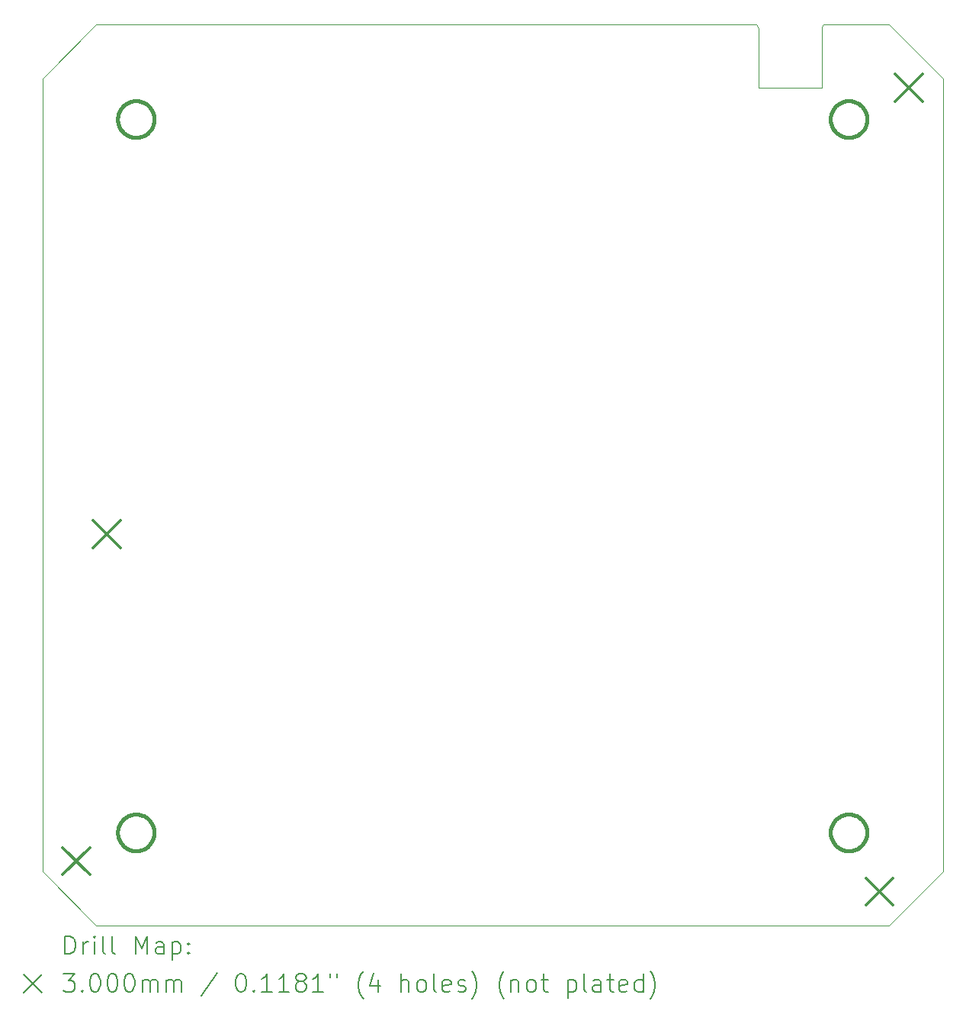
<source format=gbr>
%TF.GenerationSoftware,KiCad,Pcbnew,(6.0.8)*%
%TF.CreationDate,2023-02-13T15:05:09-07:00*%
%TF.ProjectId,Panel,50616e65-6c2e-46b6-9963-61645f706362,rev?*%
%TF.SameCoordinates,Original*%
%TF.FileFunction,Drillmap*%
%TF.FilePolarity,Positive*%
%FSLAX45Y45*%
G04 Gerber Fmt 4.5, Leading zero omitted, Abs format (unit mm)*
G04 Created by KiCad (PCBNEW (6.0.8)) date 2023-02-13 15:05:09*
%MOMM*%
%LPD*%
G01*
G04 APERTURE LIST*
%ADD10C,0.433916*%
%ADD11C,0.100000*%
%ADD12C,0.200000*%
%ADD13C,0.300000*%
G04 APERTURE END LIST*
D10*
X17156730Y-13967575D02*
X17156730Y-13967575D01*
X17156730Y-13967575D02*
X17156730Y-13967575D01*
X17156466Y-13957132D02*
X17156730Y-13967575D01*
X17155682Y-13946825D02*
X17156466Y-13957132D01*
X17154392Y-13936669D02*
X17155682Y-13946825D01*
X17152607Y-13926675D02*
X17154392Y-13936669D01*
X17150341Y-13916857D02*
X17152607Y-13926675D01*
X17147606Y-13907226D02*
X17150341Y-13916857D01*
X17144415Y-13897797D02*
X17147606Y-13907226D01*
X17140782Y-13888581D02*
X17144415Y-13897797D01*
X17136718Y-13879591D02*
X17140782Y-13888581D01*
X17132236Y-13870841D02*
X17136718Y-13879591D01*
X17127349Y-13862342D02*
X17132236Y-13870841D01*
X17122070Y-13854108D02*
X17127349Y-13862342D01*
X17116412Y-13846152D02*
X17122070Y-13854108D01*
X17110388Y-13838485D02*
X17116412Y-13846152D01*
X17104009Y-13831121D02*
X17110388Y-13838485D01*
X17097289Y-13824073D02*
X17104009Y-13831121D01*
X17090241Y-13817354D02*
X17097289Y-13824073D01*
X17082878Y-13810975D02*
X17090241Y-13817354D01*
X17075211Y-13804950D02*
X17082878Y-13810975D01*
X17067254Y-13799292D02*
X17075211Y-13804950D01*
X17059020Y-13794014D02*
X17067254Y-13799292D01*
X17050522Y-13789127D02*
X17059020Y-13794014D01*
X17041771Y-13784645D02*
X17050522Y-13789127D01*
X17032782Y-13780581D02*
X17041771Y-13784645D01*
X17023566Y-13776948D02*
X17032782Y-13780581D01*
X17014136Y-13773757D02*
X17023566Y-13776948D01*
X17004506Y-13771022D02*
X17014136Y-13773757D01*
X16994687Y-13768756D02*
X17004506Y-13771022D01*
X16984693Y-13766971D02*
X16994687Y-13768756D01*
X16974537Y-13765681D02*
X16984693Y-13766971D01*
X16964231Y-13764897D02*
X16974537Y-13765681D01*
X16953787Y-13764633D02*
X16964231Y-13764897D01*
X16953787Y-13764633D02*
X16953787Y-13764633D01*
X16943344Y-13764897D02*
X16953787Y-13764633D01*
X16933038Y-13765681D02*
X16943344Y-13764897D01*
X16922881Y-13766971D02*
X16933038Y-13765681D01*
X16912887Y-13768756D02*
X16922881Y-13766971D01*
X16903069Y-13771022D02*
X16912887Y-13768756D01*
X16893439Y-13773757D02*
X16903069Y-13771022D01*
X16884009Y-13776948D02*
X16893439Y-13773757D01*
X16874793Y-13780581D02*
X16884009Y-13776948D01*
X16865803Y-13784645D02*
X16874793Y-13780581D01*
X16857053Y-13789127D02*
X16865803Y-13784645D01*
X16848554Y-13794014D02*
X16857053Y-13789127D01*
X16840320Y-13799292D02*
X16848554Y-13794014D01*
X16832364Y-13804950D02*
X16840320Y-13799292D01*
X16824697Y-13810975D02*
X16832364Y-13804950D01*
X16817334Y-13817354D02*
X16824697Y-13810975D01*
X16810286Y-13824073D02*
X16817334Y-13817354D01*
X16803566Y-13831121D02*
X16810286Y-13824073D01*
X16797187Y-13838485D02*
X16803566Y-13831121D01*
X16791163Y-13846152D02*
X16797187Y-13838485D01*
X16785505Y-13854108D02*
X16791163Y-13846152D01*
X16780226Y-13862342D02*
X16785505Y-13854108D01*
X16775339Y-13870841D02*
X16780226Y-13862342D01*
X16770858Y-13879591D02*
X16775339Y-13870841D01*
X16766793Y-13888581D02*
X16770858Y-13879591D01*
X16763160Y-13897797D02*
X16766793Y-13888581D01*
X16759969Y-13907226D02*
X16763160Y-13897797D01*
X16757234Y-13916857D02*
X16759969Y-13907226D01*
X16754968Y-13926675D02*
X16757234Y-13916857D01*
X16753184Y-13936669D02*
X16754968Y-13926675D01*
X16751893Y-13946825D02*
X16753184Y-13936669D01*
X16751109Y-13957132D02*
X16751893Y-13946825D01*
X16750845Y-13967575D02*
X16751109Y-13957132D01*
X16750845Y-13967575D02*
X16750845Y-13967575D01*
X16751109Y-13978018D02*
X16750845Y-13967575D01*
X16751893Y-13988325D02*
X16751109Y-13978018D01*
X16753184Y-13998481D02*
X16751893Y-13988325D01*
X16754968Y-14008475D02*
X16753184Y-13998481D01*
X16757234Y-14018294D02*
X16754968Y-14008475D01*
X16759969Y-14027924D02*
X16757234Y-14018294D01*
X16763160Y-14037354D02*
X16759969Y-14027924D01*
X16766793Y-14046570D02*
X16763160Y-14037354D01*
X16770858Y-14055559D02*
X16766793Y-14046570D01*
X16775339Y-14064310D02*
X16770858Y-14055559D01*
X16780226Y-14072808D02*
X16775339Y-14064310D01*
X16785505Y-14081042D02*
X16780226Y-14072808D01*
X16791163Y-14088999D02*
X16785505Y-14081042D01*
X16797187Y-14096666D02*
X16791163Y-14088999D01*
X16803566Y-14104029D02*
X16797187Y-14096666D01*
X16810286Y-14111077D02*
X16803566Y-14104029D01*
X16817334Y-14117797D02*
X16810286Y-14111077D01*
X16824697Y-14124176D02*
X16817334Y-14117797D01*
X16832364Y-14130200D02*
X16824697Y-14124176D01*
X16840320Y-14135858D02*
X16832364Y-14130200D01*
X16848554Y-14141137D02*
X16840320Y-14135858D01*
X16857053Y-14146024D02*
X16848554Y-14141137D01*
X16865803Y-14150505D02*
X16857053Y-14146024D01*
X16874793Y-14154570D02*
X16865803Y-14150505D01*
X16884009Y-14158203D02*
X16874793Y-14154570D01*
X16893439Y-14161394D02*
X16884009Y-14158203D01*
X16903069Y-14164129D02*
X16893439Y-14161394D01*
X16912887Y-14166395D02*
X16903069Y-14164129D01*
X16922881Y-14168179D02*
X16912887Y-14166395D01*
X16933038Y-14169470D02*
X16922881Y-14168179D01*
X16943344Y-14170254D02*
X16933038Y-14169470D01*
X16953787Y-14170518D02*
X16943344Y-14170254D01*
X16953787Y-14170518D02*
X16953787Y-14170518D01*
X16964231Y-14170254D02*
X16953787Y-14170518D01*
X16974537Y-14169470D02*
X16964231Y-14170254D01*
X16984693Y-14168179D02*
X16974537Y-14169470D01*
X16994687Y-14166395D02*
X16984693Y-14168179D01*
X17004506Y-14164129D02*
X16994687Y-14166395D01*
X17014136Y-14161394D02*
X17004506Y-14164129D01*
X17023566Y-14158203D02*
X17014136Y-14161394D01*
X17032782Y-14154570D02*
X17023566Y-14158203D01*
X17041771Y-14150505D02*
X17032782Y-14154570D01*
X17050522Y-14146024D02*
X17041771Y-14150505D01*
X17059020Y-14141137D02*
X17050522Y-14146024D01*
X17067254Y-14135858D02*
X17059020Y-14141137D01*
X17075211Y-14130200D02*
X17067254Y-14135858D01*
X17082878Y-14124176D02*
X17075211Y-14130200D01*
X17090241Y-14117797D02*
X17082878Y-14124176D01*
X17097289Y-14111077D02*
X17090241Y-14117797D01*
X17104009Y-14104029D02*
X17097289Y-14111077D01*
X17110388Y-14096666D02*
X17104009Y-14104029D01*
X17116412Y-14088999D02*
X17110388Y-14096666D01*
X17122070Y-14081042D02*
X17116412Y-14088999D01*
X17127349Y-14072808D02*
X17122070Y-14081042D01*
X17132236Y-14064310D02*
X17127349Y-14072808D01*
X17136718Y-14055559D02*
X17132236Y-14064310D01*
X17140782Y-14046570D02*
X17136718Y-14055559D01*
X17144415Y-14037354D02*
X17140782Y-14046570D01*
X17147606Y-14027924D02*
X17144415Y-14037354D01*
X17150341Y-14018294D02*
X17147606Y-14027924D01*
X17152607Y-14008475D02*
X17150341Y-14018294D01*
X17154392Y-13998481D02*
X17152607Y-14008475D01*
X17155682Y-13988325D02*
X17154392Y-13998481D01*
X17156466Y-13978018D02*
X17155682Y-13988325D01*
X17156730Y-13967575D02*
X17156466Y-13978018D01*
X9241659Y-6052391D02*
X9241659Y-6052391D01*
X9241659Y-6052391D02*
X9241659Y-6052391D01*
X9241395Y-6041945D02*
X9241659Y-6052391D01*
X9240611Y-6031637D02*
X9241395Y-6041945D01*
X9239321Y-6021478D02*
X9240611Y-6031637D01*
X9237535Y-6011482D02*
X9239321Y-6021478D01*
X9235269Y-6001662D02*
X9237535Y-6011482D01*
X9232534Y-5992029D02*
X9235269Y-6001662D01*
X9229342Y-5982598D02*
X9232534Y-5992029D01*
X9225708Y-5973380D02*
X9229342Y-5982598D01*
X9221643Y-5964388D02*
X9225708Y-5973380D01*
X9217160Y-5955636D02*
X9221643Y-5964388D01*
X9212273Y-5947135D02*
X9217160Y-5955636D01*
X9206993Y-5938900D02*
X9212273Y-5947135D01*
X9201333Y-5930941D02*
X9206993Y-5938900D01*
X9195307Y-5923273D02*
X9201333Y-5930941D01*
X9188927Y-5915908D02*
X9195307Y-5923273D01*
X9182206Y-5908858D02*
X9188927Y-5915908D01*
X9175157Y-5902137D02*
X9182206Y-5908858D01*
X9167792Y-5895757D02*
X9175157Y-5902137D01*
X9160123Y-5889731D02*
X9167792Y-5895757D01*
X9152165Y-5884072D02*
X9160123Y-5889731D01*
X9143929Y-5878792D02*
X9152165Y-5884072D01*
X9135429Y-5873904D02*
X9143929Y-5878792D01*
X9126677Y-5869422D02*
X9135429Y-5873904D01*
X9117685Y-5865357D02*
X9126677Y-5869422D01*
X9108467Y-5861722D02*
X9117685Y-5865357D01*
X9099036Y-5858531D02*
X9108467Y-5861722D01*
X9089403Y-5855796D02*
X9099036Y-5858531D01*
X9079583Y-5853529D02*
X9089403Y-5855796D01*
X9069587Y-5851744D02*
X9079583Y-5853529D01*
X9059428Y-5850453D02*
X9069587Y-5851744D01*
X9049119Y-5849669D02*
X9059428Y-5850453D01*
X9038674Y-5849405D02*
X9049119Y-5849669D01*
X9038674Y-5849405D02*
X9038674Y-5849405D01*
X9028228Y-5849669D02*
X9038674Y-5849405D01*
X9017920Y-5850453D02*
X9028228Y-5849669D01*
X9007761Y-5851744D02*
X9017920Y-5850453D01*
X8997765Y-5853529D02*
X9007761Y-5851744D01*
X8987945Y-5855796D02*
X8997765Y-5853529D01*
X8978312Y-5858531D02*
X8987945Y-5855796D01*
X8968881Y-5861722D02*
X8978312Y-5858531D01*
X8959663Y-5865357D02*
X8968881Y-5861722D01*
X8950671Y-5869422D02*
X8959663Y-5865357D01*
X8941919Y-5873904D02*
X8950671Y-5869422D01*
X8933418Y-5878792D02*
X8941919Y-5873904D01*
X8925183Y-5884072D02*
X8933418Y-5878792D01*
X8917224Y-5889731D02*
X8925183Y-5884072D01*
X8909556Y-5895757D02*
X8917224Y-5889731D01*
X8902191Y-5902137D02*
X8909556Y-5895757D01*
X8895141Y-5908858D02*
X8902191Y-5902137D01*
X8888420Y-5915908D02*
X8895141Y-5908858D01*
X8882040Y-5923273D02*
X8888420Y-5915908D01*
X8876014Y-5930941D02*
X8882040Y-5923273D01*
X8870355Y-5938900D02*
X8876014Y-5930941D01*
X8865075Y-5947135D02*
X8870355Y-5938900D01*
X8860187Y-5955636D02*
X8865075Y-5947135D01*
X8855705Y-5964388D02*
X8860187Y-5955636D01*
X8851640Y-5973380D02*
X8855705Y-5964388D01*
X8848005Y-5982598D02*
X8851640Y-5973380D01*
X8844814Y-5992029D02*
X8848005Y-5982598D01*
X8842079Y-6001662D02*
X8844814Y-5992029D01*
X8839812Y-6011482D02*
X8842079Y-6001662D01*
X8838027Y-6021478D02*
X8839812Y-6011482D01*
X8836736Y-6031637D02*
X8838027Y-6021478D01*
X8835952Y-6041945D02*
X8836736Y-6031637D01*
X8835688Y-6052391D02*
X8835952Y-6041945D01*
X8835688Y-6052391D02*
X8835688Y-6052391D01*
X8835952Y-6062836D02*
X8835688Y-6052391D01*
X8836736Y-6073145D02*
X8835952Y-6062836D01*
X8838027Y-6083304D02*
X8836736Y-6073145D01*
X8839812Y-6093300D02*
X8838027Y-6083304D01*
X8842079Y-6103120D02*
X8839812Y-6093300D01*
X8844814Y-6112753D02*
X8842079Y-6103120D01*
X8848005Y-6122184D02*
X8844814Y-6112753D01*
X8851640Y-6131402D02*
X8848005Y-6122184D01*
X8855705Y-6140394D02*
X8851640Y-6131402D01*
X8860187Y-6149146D02*
X8855705Y-6140394D01*
X8865075Y-6157646D02*
X8860187Y-6149146D01*
X8870355Y-6165882D02*
X8865075Y-6157646D01*
X8876014Y-6173840D02*
X8870355Y-6165882D01*
X8882040Y-6181509D02*
X8876014Y-6173840D01*
X8888420Y-6188874D02*
X8882040Y-6181509D01*
X8895141Y-6195923D02*
X8888420Y-6188874D01*
X8902191Y-6202645D02*
X8895141Y-6195923D01*
X8909556Y-6209025D02*
X8902191Y-6202645D01*
X8917224Y-6215051D02*
X8909556Y-6209025D01*
X8925183Y-6220710D02*
X8917224Y-6215051D01*
X8933418Y-6225990D02*
X8925183Y-6220710D01*
X8941919Y-6230877D02*
X8933418Y-6225990D01*
X8950671Y-6235360D02*
X8941919Y-6230877D01*
X8959663Y-6239425D02*
X8950671Y-6235360D01*
X8968881Y-6243059D02*
X8959663Y-6239425D01*
X8978312Y-6246251D02*
X8968881Y-6243059D01*
X8987945Y-6248986D02*
X8978312Y-6246251D01*
X8997765Y-6251253D02*
X8987945Y-6248986D01*
X9007761Y-6253038D02*
X8997765Y-6251253D01*
X9017920Y-6254329D02*
X9007761Y-6253038D01*
X9028228Y-6255112D02*
X9017920Y-6254329D01*
X9038674Y-6255377D02*
X9028228Y-6255112D01*
X9038674Y-6255377D02*
X9038674Y-6255377D01*
X9049119Y-6255112D02*
X9038674Y-6255377D01*
X9059428Y-6254329D02*
X9049119Y-6255112D01*
X9069587Y-6253038D02*
X9059428Y-6254329D01*
X9079583Y-6251253D02*
X9069587Y-6253038D01*
X9089403Y-6248986D02*
X9079583Y-6251253D01*
X9099036Y-6246251D02*
X9089403Y-6248986D01*
X9108467Y-6243059D02*
X9099036Y-6246251D01*
X9117685Y-6239425D02*
X9108467Y-6243059D01*
X9126677Y-6235360D02*
X9117685Y-6239425D01*
X9135429Y-6230877D02*
X9126677Y-6235360D01*
X9143929Y-6225990D02*
X9135429Y-6230877D01*
X9152165Y-6220710D02*
X9143929Y-6225990D01*
X9160123Y-6215051D02*
X9152165Y-6220710D01*
X9167792Y-6209025D02*
X9160123Y-6215051D01*
X9175157Y-6202645D02*
X9167792Y-6209025D01*
X9182206Y-6195923D02*
X9175157Y-6202645D01*
X9188927Y-6188874D02*
X9182206Y-6195923D01*
X9195307Y-6181509D02*
X9188927Y-6188874D01*
X9201333Y-6173840D02*
X9195307Y-6181509D01*
X9206993Y-6165882D02*
X9201333Y-6173840D01*
X9212273Y-6157646D02*
X9206993Y-6165882D01*
X9217160Y-6149146D02*
X9212273Y-6157646D01*
X9221643Y-6140394D02*
X9217160Y-6149146D01*
X9225708Y-6131402D02*
X9221643Y-6140394D01*
X9229342Y-6122184D02*
X9225708Y-6131402D01*
X9232534Y-6112753D02*
X9229342Y-6122184D01*
X9235269Y-6103120D02*
X9232534Y-6112753D01*
X9237535Y-6093300D02*
X9235269Y-6103120D01*
X9239321Y-6083304D02*
X9237535Y-6093300D01*
X9240611Y-6073145D02*
X9239321Y-6083304D01*
X9241395Y-6062836D02*
X9240611Y-6073145D01*
X9241659Y-6052391D02*
X9241395Y-6062836D01*
X9241659Y-13967540D02*
X9241659Y-13967540D01*
X9241659Y-13967540D02*
X9241659Y-13967540D01*
X9241395Y-13957094D02*
X9241659Y-13967540D01*
X9240611Y-13946786D02*
X9241395Y-13957094D01*
X9239321Y-13936627D02*
X9240611Y-13946786D01*
X9237535Y-13926631D02*
X9239321Y-13936627D01*
X9235269Y-13916811D02*
X9237535Y-13926631D01*
X9232534Y-13907178D02*
X9235269Y-13916811D01*
X9229342Y-13897747D02*
X9232534Y-13907178D01*
X9225708Y-13888529D02*
X9229342Y-13897747D01*
X9221643Y-13879537D02*
X9225708Y-13888529D01*
X9217160Y-13870785D02*
X9221643Y-13879537D01*
X9212273Y-13862285D02*
X9217160Y-13870785D01*
X9206993Y-13854049D02*
X9212273Y-13862285D01*
X9201333Y-13846090D02*
X9206993Y-13854049D01*
X9195307Y-13838422D02*
X9201333Y-13846090D01*
X9188927Y-13831057D02*
X9195307Y-13838422D01*
X9182206Y-13824007D02*
X9188927Y-13831057D01*
X9175157Y-13817286D02*
X9182206Y-13824007D01*
X9167792Y-13810906D02*
X9175157Y-13817286D01*
X9160123Y-13804880D02*
X9167792Y-13810906D01*
X9152165Y-13799221D02*
X9160123Y-13804880D01*
X9143929Y-13793941D02*
X9152165Y-13799221D01*
X9135429Y-13789053D02*
X9143929Y-13793941D01*
X9126677Y-13784571D02*
X9135429Y-13789053D01*
X9117685Y-13780506D02*
X9126677Y-13784571D01*
X9108467Y-13776871D02*
X9117685Y-13780506D01*
X9099036Y-13773680D02*
X9108467Y-13776871D01*
X9089403Y-13770944D02*
X9099036Y-13773680D01*
X9079583Y-13768678D02*
X9089403Y-13770944D01*
X9069587Y-13766893D02*
X9079583Y-13768678D01*
X9059428Y-13765602D02*
X9069587Y-13766893D01*
X9049119Y-13764818D02*
X9059428Y-13765602D01*
X9038674Y-13764554D02*
X9049119Y-13764818D01*
X9038674Y-13764554D02*
X9038674Y-13764554D01*
X9028228Y-13764818D02*
X9038674Y-13764554D01*
X9017920Y-13765602D02*
X9028228Y-13764818D01*
X9007761Y-13766893D02*
X9017920Y-13765602D01*
X8997765Y-13768678D02*
X9007761Y-13766893D01*
X8987945Y-13770944D02*
X8997765Y-13768678D01*
X8978312Y-13773680D02*
X8987945Y-13770944D01*
X8968881Y-13776871D02*
X8978312Y-13773680D01*
X8959663Y-13780506D02*
X8968881Y-13776871D01*
X8950671Y-13784571D02*
X8959663Y-13780506D01*
X8941919Y-13789053D02*
X8950671Y-13784571D01*
X8933418Y-13793941D02*
X8941919Y-13789053D01*
X8925183Y-13799221D02*
X8933418Y-13793941D01*
X8917224Y-13804880D02*
X8925183Y-13799221D01*
X8909556Y-13810906D02*
X8917224Y-13804880D01*
X8902191Y-13817286D02*
X8909556Y-13810906D01*
X8895141Y-13824007D02*
X8902191Y-13817286D01*
X8888420Y-13831057D02*
X8895141Y-13824007D01*
X8882040Y-13838422D02*
X8888420Y-13831057D01*
X8876014Y-13846090D02*
X8882040Y-13838422D01*
X8870355Y-13854049D02*
X8876014Y-13846090D01*
X8865075Y-13862285D02*
X8870355Y-13854049D01*
X8860187Y-13870785D02*
X8865075Y-13862285D01*
X8855705Y-13879537D02*
X8860187Y-13870785D01*
X8851640Y-13888529D02*
X8855705Y-13879537D01*
X8848005Y-13897747D02*
X8851640Y-13888529D01*
X8844814Y-13907178D02*
X8848005Y-13897747D01*
X8842079Y-13916811D02*
X8844814Y-13907178D01*
X8839812Y-13926631D02*
X8842079Y-13916811D01*
X8838027Y-13936627D02*
X8839812Y-13926631D01*
X8836736Y-13946786D02*
X8838027Y-13936627D01*
X8835952Y-13957094D02*
X8836736Y-13946786D01*
X8835688Y-13967540D02*
X8835952Y-13957094D01*
X8835688Y-13967540D02*
X8835688Y-13967540D01*
X8835952Y-13977986D02*
X8835688Y-13967540D01*
X8836736Y-13988294D02*
X8835952Y-13977986D01*
X8838027Y-13998453D02*
X8836736Y-13988294D01*
X8839812Y-14008449D02*
X8838027Y-13998453D01*
X8842079Y-14018269D02*
X8839812Y-14008449D01*
X8844814Y-14027902D02*
X8842079Y-14018269D01*
X8848005Y-14037333D02*
X8844814Y-14027902D01*
X8851640Y-14046551D02*
X8848005Y-14037333D01*
X8855705Y-14055542D02*
X8851640Y-14046551D01*
X8860187Y-14064295D02*
X8855705Y-14055542D01*
X8865075Y-14072795D02*
X8860187Y-14064295D01*
X8870355Y-14081031D02*
X8865075Y-14072795D01*
X8876014Y-14088989D02*
X8870355Y-14081031D01*
X8882040Y-14096657D02*
X8876014Y-14088989D01*
X8888420Y-14104023D02*
X8882040Y-14096657D01*
X8895141Y-14111072D02*
X8888420Y-14104023D01*
X8902191Y-14117793D02*
X8895141Y-14111072D01*
X8909556Y-14124173D02*
X8902191Y-14117793D01*
X8917224Y-14130199D02*
X8909556Y-14124173D01*
X8925183Y-14135859D02*
X8917224Y-14130199D01*
X8933418Y-14141138D02*
X8925183Y-14135859D01*
X8941919Y-14146026D02*
X8933418Y-14141138D01*
X8950671Y-14150509D02*
X8941919Y-14146026D01*
X8959663Y-14154574D02*
X8950671Y-14150509D01*
X8968881Y-14158208D02*
X8959663Y-14154574D01*
X8978312Y-14161399D02*
X8968881Y-14158208D01*
X8987945Y-14164135D02*
X8978312Y-14161399D01*
X8997765Y-14166401D02*
X8987945Y-14164135D01*
X9007761Y-14168186D02*
X8997765Y-14166401D01*
X9017920Y-14169477D02*
X9007761Y-14168186D01*
X9028228Y-14170261D02*
X9017920Y-14169477D01*
X9038674Y-14170525D02*
X9028228Y-14170261D01*
X9038674Y-14170525D02*
X9038674Y-14170525D01*
X9049119Y-14170261D02*
X9038674Y-14170525D01*
X9059428Y-14169477D02*
X9049119Y-14170261D01*
X9069587Y-14168186D02*
X9059428Y-14169477D01*
X9079583Y-14166401D02*
X9069587Y-14168186D01*
X9089403Y-14164135D02*
X9079583Y-14166401D01*
X9099036Y-14161399D02*
X9089403Y-14164135D01*
X9108467Y-14158208D02*
X9099036Y-14161399D01*
X9117685Y-14154574D02*
X9108467Y-14158208D01*
X9126677Y-14150509D02*
X9117685Y-14154574D01*
X9135429Y-14146026D02*
X9126677Y-14150509D01*
X9143929Y-14141138D02*
X9135429Y-14146026D01*
X9152165Y-14135859D02*
X9143929Y-14141138D01*
X9160123Y-14130199D02*
X9152165Y-14135859D01*
X9167792Y-14124173D02*
X9160123Y-14130199D01*
X9175157Y-14117793D02*
X9167792Y-14124173D01*
X9182206Y-14111072D02*
X9175157Y-14117793D01*
X9188927Y-14104023D02*
X9182206Y-14111072D01*
X9195307Y-14096657D02*
X9188927Y-14104023D01*
X9201333Y-14088989D02*
X9195307Y-14096657D01*
X9206993Y-14081031D02*
X9201333Y-14088989D01*
X9212273Y-14072795D02*
X9206993Y-14081031D01*
X9217160Y-14064295D02*
X9212273Y-14072795D01*
X9221643Y-14055542D02*
X9217160Y-14064295D01*
X9225708Y-14046551D02*
X9221643Y-14055542D01*
X9229342Y-14037333D02*
X9225708Y-14046551D01*
X9232534Y-14027902D02*
X9229342Y-14037333D01*
X9235269Y-14018269D02*
X9232534Y-14027902D01*
X9237535Y-14008449D02*
X9235269Y-14018269D01*
X9239321Y-13998453D02*
X9237535Y-14008449D01*
X9240611Y-13988294D02*
X9239321Y-13998453D01*
X9241395Y-13977986D02*
X9240611Y-13988294D01*
X9241659Y-13967540D02*
X9241395Y-13977986D01*
X17156809Y-6052426D02*
X17156809Y-6052426D01*
X17156809Y-6052426D02*
X17156809Y-6052426D01*
X17156544Y-6041981D02*
X17156809Y-6052426D01*
X17155761Y-6031672D02*
X17156544Y-6041981D01*
X17154470Y-6021514D02*
X17155761Y-6031672D01*
X17152685Y-6011518D02*
X17154470Y-6021514D01*
X17150418Y-6001697D02*
X17152685Y-6011518D01*
X17147683Y-5992065D02*
X17150418Y-6001697D01*
X17144491Y-5982633D02*
X17147683Y-5992065D01*
X17140857Y-5973415D02*
X17144491Y-5982633D01*
X17136792Y-5964424D02*
X17140857Y-5973415D01*
X17132309Y-5955671D02*
X17136792Y-5964424D01*
X17127422Y-5947171D02*
X17132309Y-5955671D01*
X17122142Y-5938935D02*
X17127422Y-5947171D01*
X17116482Y-5930977D02*
X17122142Y-5938935D01*
X17110456Y-5923308D02*
X17116482Y-5930977D01*
X17104077Y-5915943D02*
X17110456Y-5923308D01*
X17097355Y-5908894D02*
X17104077Y-5915943D01*
X17090306Y-5902173D02*
X17097355Y-5908894D01*
X17082941Y-5895793D02*
X17090306Y-5902173D01*
X17075272Y-5889767D02*
X17082941Y-5895793D01*
X17067314Y-5884107D02*
X17075272Y-5889767D01*
X17059078Y-5878827D02*
X17067314Y-5884107D01*
X17050578Y-5873940D02*
X17059078Y-5878827D01*
X17041826Y-5869457D02*
X17050578Y-5873940D01*
X17032834Y-5865392D02*
X17041826Y-5869457D01*
X17023616Y-5861758D02*
X17032834Y-5865392D01*
X17014185Y-5858566D02*
X17023616Y-5861758D01*
X17004552Y-5855831D02*
X17014185Y-5858566D01*
X16994732Y-5853564D02*
X17004552Y-5855831D01*
X16984736Y-5851779D02*
X16994732Y-5853564D01*
X16974577Y-5850489D02*
X16984736Y-5851779D01*
X16964269Y-5849705D02*
X16974577Y-5850489D01*
X16953823Y-5849441D02*
X16964269Y-5849705D01*
X16953823Y-5849441D02*
X16953823Y-5849441D01*
X16943378Y-5849705D02*
X16953823Y-5849441D01*
X16933069Y-5850489D02*
X16943378Y-5849705D01*
X16922910Y-5851779D02*
X16933069Y-5850489D01*
X16912915Y-5853564D02*
X16922910Y-5851779D01*
X16903094Y-5855831D02*
X16912915Y-5853564D01*
X16893461Y-5858566D02*
X16903094Y-5855831D01*
X16884030Y-5861758D02*
X16893461Y-5858566D01*
X16874812Y-5865392D02*
X16884030Y-5861758D01*
X16865821Y-5869457D02*
X16874812Y-5865392D01*
X16857068Y-5873940D02*
X16865821Y-5869457D01*
X16848568Y-5878827D02*
X16857068Y-5873940D01*
X16840332Y-5884107D02*
X16848568Y-5878827D01*
X16832374Y-5889767D02*
X16840332Y-5884107D01*
X16824705Y-5895793D02*
X16832374Y-5889767D01*
X16817340Y-5902173D02*
X16824705Y-5895793D01*
X16810290Y-5908894D02*
X16817340Y-5902173D01*
X16803569Y-5915943D02*
X16810290Y-5908894D01*
X16797189Y-5923308D02*
X16803569Y-5915943D01*
X16791163Y-5930977D02*
X16797189Y-5923308D01*
X16785504Y-5938935D02*
X16791163Y-5930977D01*
X16780224Y-5947171D02*
X16785504Y-5938935D01*
X16775336Y-5955671D02*
X16780224Y-5947171D01*
X16770854Y-5964424D02*
X16775336Y-5955671D01*
X16766789Y-5973415D02*
X16770854Y-5964424D01*
X16763154Y-5982633D02*
X16766789Y-5973415D01*
X16759963Y-5992065D02*
X16763154Y-5982633D01*
X16757227Y-6001697D02*
X16759963Y-5992065D01*
X16754961Y-6011518D02*
X16757227Y-6001697D01*
X16753176Y-6021514D02*
X16754961Y-6011518D01*
X16751885Y-6031672D02*
X16753176Y-6021514D01*
X16751101Y-6041981D02*
X16751885Y-6031672D01*
X16750837Y-6052426D02*
X16751101Y-6041981D01*
X16750837Y-6052426D02*
X16750837Y-6052426D01*
X16751101Y-6062872D02*
X16750837Y-6052426D01*
X16751885Y-6073180D02*
X16751101Y-6062872D01*
X16753176Y-6083339D02*
X16751885Y-6073180D01*
X16754961Y-6093335D02*
X16753176Y-6083339D01*
X16757227Y-6103156D02*
X16754961Y-6093335D01*
X16759963Y-6112788D02*
X16757227Y-6103156D01*
X16763154Y-6122220D02*
X16759963Y-6112788D01*
X16766789Y-6131437D02*
X16763154Y-6122220D01*
X16770854Y-6140429D02*
X16766789Y-6131437D01*
X16775336Y-6149181D02*
X16770854Y-6140429D01*
X16780224Y-6157682D02*
X16775336Y-6149181D01*
X16785504Y-6165918D02*
X16780224Y-6157682D01*
X16791163Y-6173876D02*
X16785504Y-6165918D01*
X16797189Y-6181544D02*
X16791163Y-6173876D01*
X16803569Y-6188909D02*
X16797189Y-6181544D01*
X16810290Y-6195959D02*
X16803569Y-6188909D01*
X16817340Y-6202680D02*
X16810290Y-6195959D01*
X16824705Y-6209060D02*
X16817340Y-6202680D01*
X16832374Y-6215086D02*
X16824705Y-6209060D01*
X16840332Y-6220745D02*
X16832374Y-6215086D01*
X16848568Y-6226025D02*
X16840332Y-6220745D01*
X16857068Y-6230913D02*
X16848568Y-6226025D01*
X16865821Y-6235395D02*
X16857068Y-6230913D01*
X16874812Y-6239460D02*
X16865821Y-6235395D01*
X16884030Y-6243095D02*
X16874812Y-6239460D01*
X16893461Y-6246286D02*
X16884030Y-6243095D01*
X16903094Y-6249021D02*
X16893461Y-6246286D01*
X16912915Y-6251288D02*
X16903094Y-6249021D01*
X16922910Y-6253073D02*
X16912915Y-6251288D01*
X16933069Y-6254364D02*
X16922910Y-6253073D01*
X16943378Y-6255148D02*
X16933069Y-6254364D01*
X16953823Y-6255412D02*
X16943378Y-6255148D01*
X16953823Y-6255412D02*
X16953823Y-6255412D01*
X16964269Y-6255148D02*
X16953823Y-6255412D01*
X16974577Y-6254364D02*
X16964269Y-6255148D01*
X16984736Y-6253073D02*
X16974577Y-6254364D01*
X16994732Y-6251288D02*
X16984736Y-6253073D01*
X17004552Y-6249021D02*
X16994732Y-6251288D01*
X17014185Y-6246286D02*
X17004552Y-6249021D01*
X17023616Y-6243095D02*
X17014185Y-6246286D01*
X17032834Y-6239460D02*
X17023616Y-6243095D01*
X17041826Y-6235395D02*
X17032834Y-6239460D01*
X17050578Y-6230913D02*
X17041826Y-6235395D01*
X17059078Y-6226025D02*
X17050578Y-6230913D01*
X17067314Y-6220745D02*
X17059078Y-6226025D01*
X17075272Y-6215086D02*
X17067314Y-6220745D01*
X17082941Y-6209060D02*
X17075272Y-6215086D01*
X17090306Y-6202680D02*
X17082941Y-6209060D01*
X17097355Y-6195959D02*
X17090306Y-6202680D01*
X17104077Y-6188909D02*
X17097355Y-6195959D01*
X17110456Y-6181544D02*
X17104077Y-6188909D01*
X17116482Y-6173876D02*
X17110456Y-6181544D01*
X17122142Y-6165918D02*
X17116482Y-6173876D01*
X17127422Y-6157682D02*
X17122142Y-6165918D01*
X17132309Y-6149181D02*
X17127422Y-6157682D01*
X17136792Y-6140429D02*
X17132309Y-6149181D01*
X17140857Y-6131437D02*
X17136792Y-6140429D01*
X17144491Y-6122220D02*
X17140857Y-6131437D01*
X17147683Y-6112788D02*
X17144491Y-6122220D01*
X17150418Y-6103156D02*
X17147683Y-6112788D01*
X17152685Y-6093335D02*
X17150418Y-6103156D01*
X17154470Y-6083339D02*
X17152685Y-6093335D01*
X17155761Y-6073180D02*
X17154470Y-6083339D01*
X17156544Y-6062872D02*
X17155761Y-6073180D01*
X17156809Y-6052426D02*
X17156544Y-6062872D01*
D11*
X15950000Y-5040000D02*
G75*
G03*
X15910000Y-5000000I-40000J0D01*
G01*
X16700000Y-5000000D02*
G75*
G03*
X16660000Y-5040000I0J-40000D01*
G01*
X16660000Y-5700000D02*
X15950000Y-5700000D01*
X17400000Y-5000000D02*
X16700000Y-5000000D01*
X16660000Y-5700000D02*
X16660000Y-5040000D01*
X15950000Y-5700000D02*
X15950000Y-5040000D01*
X17400000Y-15000000D02*
X18000000Y-14400000D01*
X18000000Y-5600000D02*
X18000000Y-14400000D01*
X18000000Y-5600000D02*
X17400000Y-5000000D01*
X17400000Y-15000000D02*
X8600000Y-15000000D01*
X8000000Y-14400000D02*
X8000000Y-5600000D01*
X8000000Y-14400000D02*
X8600000Y-15000000D01*
X8600000Y-5000000D02*
X15910000Y-5000000D01*
X8000000Y-5600000D02*
X8600000Y-5000000D01*
D12*
D13*
X8226920Y-14134960D02*
X8526920Y-14434960D01*
X8526920Y-14134960D02*
X8226920Y-14434960D01*
X8566100Y-10505300D02*
X8866100Y-10805300D01*
X8866100Y-10505300D02*
X8566100Y-10805300D01*
X17143500Y-14475320D02*
X17443500Y-14775320D01*
X17443500Y-14475320D02*
X17143500Y-14775320D01*
X17472520Y-5553660D02*
X17772520Y-5853660D01*
X17772520Y-5553660D02*
X17472520Y-5853660D01*
D12*
X8252619Y-15315476D02*
X8252619Y-15115476D01*
X8300238Y-15115476D01*
X8328809Y-15125000D01*
X8347857Y-15144048D01*
X8357381Y-15163095D01*
X8366905Y-15201190D01*
X8366905Y-15229762D01*
X8357381Y-15267857D01*
X8347857Y-15286905D01*
X8328809Y-15305952D01*
X8300238Y-15315476D01*
X8252619Y-15315476D01*
X8452619Y-15315476D02*
X8452619Y-15182143D01*
X8452619Y-15220238D02*
X8462143Y-15201190D01*
X8471667Y-15191667D01*
X8490714Y-15182143D01*
X8509762Y-15182143D01*
X8576429Y-15315476D02*
X8576429Y-15182143D01*
X8576429Y-15115476D02*
X8566905Y-15125000D01*
X8576429Y-15134524D01*
X8585952Y-15125000D01*
X8576429Y-15115476D01*
X8576429Y-15134524D01*
X8700238Y-15315476D02*
X8681190Y-15305952D01*
X8671667Y-15286905D01*
X8671667Y-15115476D01*
X8805000Y-15315476D02*
X8785952Y-15305952D01*
X8776429Y-15286905D01*
X8776429Y-15115476D01*
X9033571Y-15315476D02*
X9033571Y-15115476D01*
X9100238Y-15258333D01*
X9166905Y-15115476D01*
X9166905Y-15315476D01*
X9347857Y-15315476D02*
X9347857Y-15210714D01*
X9338333Y-15191667D01*
X9319286Y-15182143D01*
X9281190Y-15182143D01*
X9262143Y-15191667D01*
X9347857Y-15305952D02*
X9328810Y-15315476D01*
X9281190Y-15315476D01*
X9262143Y-15305952D01*
X9252619Y-15286905D01*
X9252619Y-15267857D01*
X9262143Y-15248809D01*
X9281190Y-15239286D01*
X9328810Y-15239286D01*
X9347857Y-15229762D01*
X9443095Y-15182143D02*
X9443095Y-15382143D01*
X9443095Y-15191667D02*
X9462143Y-15182143D01*
X9500238Y-15182143D01*
X9519286Y-15191667D01*
X9528810Y-15201190D01*
X9538333Y-15220238D01*
X9538333Y-15277381D01*
X9528810Y-15296428D01*
X9519286Y-15305952D01*
X9500238Y-15315476D01*
X9462143Y-15315476D01*
X9443095Y-15305952D01*
X9624048Y-15296428D02*
X9633571Y-15305952D01*
X9624048Y-15315476D01*
X9614524Y-15305952D01*
X9624048Y-15296428D01*
X9624048Y-15315476D01*
X9624048Y-15191667D02*
X9633571Y-15201190D01*
X9624048Y-15210714D01*
X9614524Y-15201190D01*
X9624048Y-15191667D01*
X9624048Y-15210714D01*
X7795000Y-15545000D02*
X7995000Y-15745000D01*
X7995000Y-15545000D02*
X7795000Y-15745000D01*
X8233571Y-15535476D02*
X8357381Y-15535476D01*
X8290714Y-15611667D01*
X8319286Y-15611667D01*
X8338333Y-15621190D01*
X8347857Y-15630714D01*
X8357381Y-15649762D01*
X8357381Y-15697381D01*
X8347857Y-15716428D01*
X8338333Y-15725952D01*
X8319286Y-15735476D01*
X8262143Y-15735476D01*
X8243095Y-15725952D01*
X8233571Y-15716428D01*
X8443095Y-15716428D02*
X8452619Y-15725952D01*
X8443095Y-15735476D01*
X8433571Y-15725952D01*
X8443095Y-15716428D01*
X8443095Y-15735476D01*
X8576429Y-15535476D02*
X8595476Y-15535476D01*
X8614524Y-15545000D01*
X8624048Y-15554524D01*
X8633571Y-15573571D01*
X8643095Y-15611667D01*
X8643095Y-15659286D01*
X8633571Y-15697381D01*
X8624048Y-15716428D01*
X8614524Y-15725952D01*
X8595476Y-15735476D01*
X8576429Y-15735476D01*
X8557381Y-15725952D01*
X8547857Y-15716428D01*
X8538333Y-15697381D01*
X8528810Y-15659286D01*
X8528810Y-15611667D01*
X8538333Y-15573571D01*
X8547857Y-15554524D01*
X8557381Y-15545000D01*
X8576429Y-15535476D01*
X8766905Y-15535476D02*
X8785952Y-15535476D01*
X8805000Y-15545000D01*
X8814524Y-15554524D01*
X8824048Y-15573571D01*
X8833571Y-15611667D01*
X8833571Y-15659286D01*
X8824048Y-15697381D01*
X8814524Y-15716428D01*
X8805000Y-15725952D01*
X8785952Y-15735476D01*
X8766905Y-15735476D01*
X8747857Y-15725952D01*
X8738333Y-15716428D01*
X8728810Y-15697381D01*
X8719286Y-15659286D01*
X8719286Y-15611667D01*
X8728810Y-15573571D01*
X8738333Y-15554524D01*
X8747857Y-15545000D01*
X8766905Y-15535476D01*
X8957381Y-15535476D02*
X8976429Y-15535476D01*
X8995476Y-15545000D01*
X9005000Y-15554524D01*
X9014524Y-15573571D01*
X9024048Y-15611667D01*
X9024048Y-15659286D01*
X9014524Y-15697381D01*
X9005000Y-15716428D01*
X8995476Y-15725952D01*
X8976429Y-15735476D01*
X8957381Y-15735476D01*
X8938333Y-15725952D01*
X8928810Y-15716428D01*
X8919286Y-15697381D01*
X8909762Y-15659286D01*
X8909762Y-15611667D01*
X8919286Y-15573571D01*
X8928810Y-15554524D01*
X8938333Y-15545000D01*
X8957381Y-15535476D01*
X9109762Y-15735476D02*
X9109762Y-15602143D01*
X9109762Y-15621190D02*
X9119286Y-15611667D01*
X9138333Y-15602143D01*
X9166905Y-15602143D01*
X9185952Y-15611667D01*
X9195476Y-15630714D01*
X9195476Y-15735476D01*
X9195476Y-15630714D02*
X9205000Y-15611667D01*
X9224048Y-15602143D01*
X9252619Y-15602143D01*
X9271667Y-15611667D01*
X9281190Y-15630714D01*
X9281190Y-15735476D01*
X9376429Y-15735476D02*
X9376429Y-15602143D01*
X9376429Y-15621190D02*
X9385952Y-15611667D01*
X9405000Y-15602143D01*
X9433571Y-15602143D01*
X9452619Y-15611667D01*
X9462143Y-15630714D01*
X9462143Y-15735476D01*
X9462143Y-15630714D02*
X9471667Y-15611667D01*
X9490714Y-15602143D01*
X9519286Y-15602143D01*
X9538333Y-15611667D01*
X9547857Y-15630714D01*
X9547857Y-15735476D01*
X9938333Y-15525952D02*
X9766905Y-15783095D01*
X10195476Y-15535476D02*
X10214524Y-15535476D01*
X10233571Y-15545000D01*
X10243095Y-15554524D01*
X10252619Y-15573571D01*
X10262143Y-15611667D01*
X10262143Y-15659286D01*
X10252619Y-15697381D01*
X10243095Y-15716428D01*
X10233571Y-15725952D01*
X10214524Y-15735476D01*
X10195476Y-15735476D01*
X10176429Y-15725952D01*
X10166905Y-15716428D01*
X10157381Y-15697381D01*
X10147857Y-15659286D01*
X10147857Y-15611667D01*
X10157381Y-15573571D01*
X10166905Y-15554524D01*
X10176429Y-15545000D01*
X10195476Y-15535476D01*
X10347857Y-15716428D02*
X10357381Y-15725952D01*
X10347857Y-15735476D01*
X10338333Y-15725952D01*
X10347857Y-15716428D01*
X10347857Y-15735476D01*
X10547857Y-15735476D02*
X10433571Y-15735476D01*
X10490714Y-15735476D02*
X10490714Y-15535476D01*
X10471667Y-15564048D01*
X10452619Y-15583095D01*
X10433571Y-15592619D01*
X10738333Y-15735476D02*
X10624048Y-15735476D01*
X10681190Y-15735476D02*
X10681190Y-15535476D01*
X10662143Y-15564048D01*
X10643095Y-15583095D01*
X10624048Y-15592619D01*
X10852619Y-15621190D02*
X10833571Y-15611667D01*
X10824048Y-15602143D01*
X10814524Y-15583095D01*
X10814524Y-15573571D01*
X10824048Y-15554524D01*
X10833571Y-15545000D01*
X10852619Y-15535476D01*
X10890714Y-15535476D01*
X10909762Y-15545000D01*
X10919286Y-15554524D01*
X10928810Y-15573571D01*
X10928810Y-15583095D01*
X10919286Y-15602143D01*
X10909762Y-15611667D01*
X10890714Y-15621190D01*
X10852619Y-15621190D01*
X10833571Y-15630714D01*
X10824048Y-15640238D01*
X10814524Y-15659286D01*
X10814524Y-15697381D01*
X10824048Y-15716428D01*
X10833571Y-15725952D01*
X10852619Y-15735476D01*
X10890714Y-15735476D01*
X10909762Y-15725952D01*
X10919286Y-15716428D01*
X10928810Y-15697381D01*
X10928810Y-15659286D01*
X10919286Y-15640238D01*
X10909762Y-15630714D01*
X10890714Y-15621190D01*
X11119286Y-15735476D02*
X11005000Y-15735476D01*
X11062143Y-15735476D02*
X11062143Y-15535476D01*
X11043095Y-15564048D01*
X11024048Y-15583095D01*
X11005000Y-15592619D01*
X11195476Y-15535476D02*
X11195476Y-15573571D01*
X11271667Y-15535476D02*
X11271667Y-15573571D01*
X11566905Y-15811667D02*
X11557381Y-15802143D01*
X11538333Y-15773571D01*
X11528809Y-15754524D01*
X11519286Y-15725952D01*
X11509762Y-15678333D01*
X11509762Y-15640238D01*
X11519286Y-15592619D01*
X11528809Y-15564048D01*
X11538333Y-15545000D01*
X11557381Y-15516428D01*
X11566905Y-15506905D01*
X11728809Y-15602143D02*
X11728809Y-15735476D01*
X11681190Y-15525952D02*
X11633571Y-15668809D01*
X11757381Y-15668809D01*
X11985952Y-15735476D02*
X11985952Y-15535476D01*
X12071667Y-15735476D02*
X12071667Y-15630714D01*
X12062143Y-15611667D01*
X12043095Y-15602143D01*
X12014524Y-15602143D01*
X11995476Y-15611667D01*
X11985952Y-15621190D01*
X12195476Y-15735476D02*
X12176428Y-15725952D01*
X12166905Y-15716428D01*
X12157381Y-15697381D01*
X12157381Y-15640238D01*
X12166905Y-15621190D01*
X12176428Y-15611667D01*
X12195476Y-15602143D01*
X12224048Y-15602143D01*
X12243095Y-15611667D01*
X12252619Y-15621190D01*
X12262143Y-15640238D01*
X12262143Y-15697381D01*
X12252619Y-15716428D01*
X12243095Y-15725952D01*
X12224048Y-15735476D01*
X12195476Y-15735476D01*
X12376428Y-15735476D02*
X12357381Y-15725952D01*
X12347857Y-15706905D01*
X12347857Y-15535476D01*
X12528809Y-15725952D02*
X12509762Y-15735476D01*
X12471667Y-15735476D01*
X12452619Y-15725952D01*
X12443095Y-15706905D01*
X12443095Y-15630714D01*
X12452619Y-15611667D01*
X12471667Y-15602143D01*
X12509762Y-15602143D01*
X12528809Y-15611667D01*
X12538333Y-15630714D01*
X12538333Y-15649762D01*
X12443095Y-15668809D01*
X12614524Y-15725952D02*
X12633571Y-15735476D01*
X12671667Y-15735476D01*
X12690714Y-15725952D01*
X12700238Y-15706905D01*
X12700238Y-15697381D01*
X12690714Y-15678333D01*
X12671667Y-15668809D01*
X12643095Y-15668809D01*
X12624048Y-15659286D01*
X12614524Y-15640238D01*
X12614524Y-15630714D01*
X12624048Y-15611667D01*
X12643095Y-15602143D01*
X12671667Y-15602143D01*
X12690714Y-15611667D01*
X12766905Y-15811667D02*
X12776428Y-15802143D01*
X12795476Y-15773571D01*
X12805000Y-15754524D01*
X12814524Y-15725952D01*
X12824048Y-15678333D01*
X12824048Y-15640238D01*
X12814524Y-15592619D01*
X12805000Y-15564048D01*
X12795476Y-15545000D01*
X12776428Y-15516428D01*
X12766905Y-15506905D01*
X13128809Y-15811667D02*
X13119286Y-15802143D01*
X13100238Y-15773571D01*
X13090714Y-15754524D01*
X13081190Y-15725952D01*
X13071667Y-15678333D01*
X13071667Y-15640238D01*
X13081190Y-15592619D01*
X13090714Y-15564048D01*
X13100238Y-15545000D01*
X13119286Y-15516428D01*
X13128809Y-15506905D01*
X13205000Y-15602143D02*
X13205000Y-15735476D01*
X13205000Y-15621190D02*
X13214524Y-15611667D01*
X13233571Y-15602143D01*
X13262143Y-15602143D01*
X13281190Y-15611667D01*
X13290714Y-15630714D01*
X13290714Y-15735476D01*
X13414524Y-15735476D02*
X13395476Y-15725952D01*
X13385952Y-15716428D01*
X13376428Y-15697381D01*
X13376428Y-15640238D01*
X13385952Y-15621190D01*
X13395476Y-15611667D01*
X13414524Y-15602143D01*
X13443095Y-15602143D01*
X13462143Y-15611667D01*
X13471667Y-15621190D01*
X13481190Y-15640238D01*
X13481190Y-15697381D01*
X13471667Y-15716428D01*
X13462143Y-15725952D01*
X13443095Y-15735476D01*
X13414524Y-15735476D01*
X13538333Y-15602143D02*
X13614524Y-15602143D01*
X13566905Y-15535476D02*
X13566905Y-15706905D01*
X13576428Y-15725952D01*
X13595476Y-15735476D01*
X13614524Y-15735476D01*
X13833571Y-15602143D02*
X13833571Y-15802143D01*
X13833571Y-15611667D02*
X13852619Y-15602143D01*
X13890714Y-15602143D01*
X13909762Y-15611667D01*
X13919286Y-15621190D01*
X13928809Y-15640238D01*
X13928809Y-15697381D01*
X13919286Y-15716428D01*
X13909762Y-15725952D01*
X13890714Y-15735476D01*
X13852619Y-15735476D01*
X13833571Y-15725952D01*
X14043095Y-15735476D02*
X14024048Y-15725952D01*
X14014524Y-15706905D01*
X14014524Y-15535476D01*
X14205000Y-15735476D02*
X14205000Y-15630714D01*
X14195476Y-15611667D01*
X14176428Y-15602143D01*
X14138333Y-15602143D01*
X14119286Y-15611667D01*
X14205000Y-15725952D02*
X14185952Y-15735476D01*
X14138333Y-15735476D01*
X14119286Y-15725952D01*
X14109762Y-15706905D01*
X14109762Y-15687857D01*
X14119286Y-15668809D01*
X14138333Y-15659286D01*
X14185952Y-15659286D01*
X14205000Y-15649762D01*
X14271667Y-15602143D02*
X14347857Y-15602143D01*
X14300238Y-15535476D02*
X14300238Y-15706905D01*
X14309762Y-15725952D01*
X14328809Y-15735476D01*
X14347857Y-15735476D01*
X14490714Y-15725952D02*
X14471667Y-15735476D01*
X14433571Y-15735476D01*
X14414524Y-15725952D01*
X14405000Y-15706905D01*
X14405000Y-15630714D01*
X14414524Y-15611667D01*
X14433571Y-15602143D01*
X14471667Y-15602143D01*
X14490714Y-15611667D01*
X14500238Y-15630714D01*
X14500238Y-15649762D01*
X14405000Y-15668809D01*
X14671667Y-15735476D02*
X14671667Y-15535476D01*
X14671667Y-15725952D02*
X14652619Y-15735476D01*
X14614524Y-15735476D01*
X14595476Y-15725952D01*
X14585952Y-15716428D01*
X14576428Y-15697381D01*
X14576428Y-15640238D01*
X14585952Y-15621190D01*
X14595476Y-15611667D01*
X14614524Y-15602143D01*
X14652619Y-15602143D01*
X14671667Y-15611667D01*
X14747857Y-15811667D02*
X14757381Y-15802143D01*
X14776428Y-15773571D01*
X14785952Y-15754524D01*
X14795476Y-15725952D01*
X14805000Y-15678333D01*
X14805000Y-15640238D01*
X14795476Y-15592619D01*
X14785952Y-15564048D01*
X14776428Y-15545000D01*
X14757381Y-15516428D01*
X14747857Y-15506905D01*
M02*

</source>
